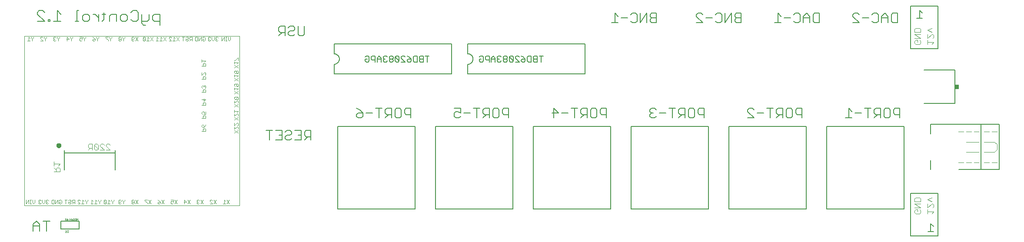
<source format=gbo>
G75*
%MOIN*%
%OFA0B0*%
%FSLAX24Y24*%
%IPPOS*%
%LPD*%
%AMOC8*
5,1,8,0,0,1.08239X$1,22.5*
%
%ADD10C,0.0040*%
%ADD11C,0.0070*%
%ADD12C,0.0060*%
%ADD13C,0.0160*%
%ADD14C,0.0050*%
%ADD15C,0.0080*%
%ADD16C,0.0030*%
%ADD17C,0.0010*%
%ADD18R,0.0300X0.0340*%
D10*
X005450Y005279D02*
X005910Y005279D01*
X005910Y005509D01*
X005834Y005586D01*
X005680Y005586D01*
X005603Y005509D01*
X005603Y005279D01*
X005603Y005433D02*
X005450Y005586D01*
X005450Y005740D02*
X005450Y006047D01*
X005450Y005893D02*
X005910Y005893D01*
X005757Y005740D01*
X008063Y006950D02*
X008217Y007103D01*
X008140Y007103D02*
X008370Y007103D01*
X008370Y006950D02*
X008370Y007410D01*
X008140Y007410D01*
X008063Y007334D01*
X008063Y007180D01*
X008140Y007103D01*
X008524Y007027D02*
X008601Y006950D01*
X008754Y006950D01*
X008831Y007027D01*
X008524Y007334D01*
X008524Y007027D01*
X008524Y007334D02*
X008601Y007410D01*
X008754Y007410D01*
X008831Y007334D01*
X008831Y007027D01*
X008984Y006950D02*
X009291Y006950D01*
X008984Y007257D01*
X008984Y007334D01*
X009061Y007410D01*
X009214Y007410D01*
X009291Y007334D01*
X009445Y007334D02*
X009521Y007410D01*
X009675Y007410D01*
X009752Y007334D01*
X009445Y007334D02*
X009445Y007257D01*
X009752Y006950D01*
X009445Y006950D01*
X071450Y003220D02*
X071450Y002990D01*
X071910Y002990D01*
X071910Y003220D01*
X071834Y003297D01*
X071527Y003297D01*
X071450Y003220D01*
X072450Y003143D02*
X072757Y003297D01*
X072757Y002990D02*
X072450Y003143D01*
X072450Y002836D02*
X072450Y002529D01*
X072757Y002836D01*
X072834Y002836D01*
X072910Y002759D01*
X072910Y002606D01*
X072834Y002529D01*
X072450Y002376D02*
X072450Y002069D01*
X072450Y002222D02*
X072910Y002222D01*
X072757Y002069D01*
X071910Y002146D02*
X071910Y002299D01*
X071834Y002376D01*
X071680Y002376D02*
X071680Y002222D01*
X071680Y002376D02*
X071527Y002376D01*
X071450Y002299D01*
X071450Y002146D01*
X071527Y002069D01*
X071834Y002069D01*
X071910Y002146D01*
X071910Y002529D02*
X071450Y002529D01*
X071450Y002836D02*
X071910Y002836D01*
X071910Y002529D02*
X071450Y002836D01*
X074812Y005999D02*
X075206Y005999D01*
X075402Y005999D02*
X075796Y005999D01*
X075993Y005999D02*
X076387Y005999D01*
X076780Y005999D02*
X077174Y005999D01*
X077371Y005999D02*
X077765Y005999D01*
X077568Y006786D02*
X076780Y006786D01*
X076387Y006786D02*
X075402Y006786D01*
X075402Y007574D02*
X076387Y007574D01*
X076780Y007574D02*
X077568Y007574D01*
X077765Y007377D01*
X077765Y006983D01*
X077568Y006786D01*
X077765Y008361D02*
X077371Y008361D01*
X077174Y008361D02*
X076780Y008361D01*
X076387Y008361D02*
X075993Y008361D01*
X075796Y008361D02*
X075402Y008361D01*
X075206Y008361D02*
X074812Y008361D01*
X072757Y015069D02*
X072910Y015222D01*
X072450Y015222D01*
X072450Y015069D02*
X072450Y015376D01*
X072450Y015529D02*
X072757Y015836D01*
X072834Y015836D01*
X072910Y015759D01*
X072910Y015606D01*
X072834Y015529D01*
X072450Y015529D02*
X072450Y015836D01*
X072450Y016143D02*
X072757Y015990D01*
X072757Y016297D02*
X072450Y016143D01*
X071910Y016220D02*
X071910Y015990D01*
X071450Y015990D01*
X071450Y016220D01*
X071527Y016297D01*
X071834Y016297D01*
X071910Y016220D01*
X071910Y015836D02*
X071450Y015836D01*
X071910Y015529D01*
X071450Y015529D01*
X071527Y015376D02*
X071680Y015376D01*
X071680Y015222D01*
X071527Y015069D02*
X071450Y015146D01*
X071450Y015299D01*
X071527Y015376D01*
X071834Y015376D02*
X071910Y015299D01*
X071910Y015146D01*
X071834Y015069D01*
X071527Y015069D01*
D11*
X003826Y001242D02*
X003826Y000715D01*
X003826Y001110D02*
X004353Y001110D01*
X004353Y001242D02*
X004353Y000715D01*
X004881Y000715D02*
X004881Y001506D01*
X004618Y001506D02*
X005145Y001506D01*
X004353Y001242D02*
X004090Y001506D01*
X003826Y001242D01*
X012319Y016538D02*
X012458Y016538D01*
X012319Y016538D02*
X012181Y016677D01*
X012181Y017369D01*
X011906Y017507D02*
X011906Y016953D01*
X011767Y016815D01*
X011490Y016815D01*
X011352Y016953D01*
X011077Y016953D02*
X010939Y016815D01*
X010662Y016815D01*
X010523Y016953D01*
X010523Y017230D01*
X010662Y017369D01*
X010939Y017369D01*
X011077Y017230D01*
X011077Y016953D01*
X010248Y016815D02*
X010248Y017369D01*
X009833Y017369D01*
X009695Y017230D01*
X009695Y016815D01*
X009281Y016953D02*
X009143Y016815D01*
X009281Y016953D02*
X009281Y017507D01*
X009420Y017369D02*
X009143Y017369D01*
X008867Y017369D02*
X008867Y016815D01*
X008867Y017092D02*
X008590Y017369D01*
X008452Y017369D01*
X008177Y017230D02*
X008177Y016953D01*
X008038Y016815D01*
X007761Y016815D01*
X007623Y016953D01*
X007623Y017230D01*
X007761Y017369D01*
X008038Y017369D01*
X008177Y017230D01*
X007348Y016815D02*
X007071Y016815D01*
X007210Y016815D02*
X007210Y017646D01*
X007348Y017646D01*
X005967Y017369D02*
X005690Y017646D01*
X005690Y016815D01*
X005967Y016815D02*
X005413Y016815D01*
X005138Y016815D02*
X005000Y016815D01*
X005000Y016953D01*
X005138Y016953D01*
X005138Y016815D01*
X004724Y016815D02*
X004170Y017369D01*
X004170Y017507D01*
X004308Y017646D01*
X004585Y017646D01*
X004724Y017507D01*
X004724Y016815D02*
X004170Y016815D01*
X011352Y017507D02*
X011490Y017646D01*
X011767Y017646D01*
X011906Y017507D01*
X012735Y017369D02*
X012735Y016953D01*
X012596Y016815D01*
X012181Y016815D01*
X013009Y016953D02*
X013148Y016815D01*
X013563Y016815D01*
X013563Y016538D02*
X013563Y017369D01*
X013148Y017369D01*
X013009Y017230D01*
X013009Y016953D01*
D12*
X022683Y016327D02*
X022683Y016080D01*
X022806Y015957D01*
X023177Y015957D01*
X023420Y015957D02*
X023420Y015833D01*
X023543Y015710D01*
X023790Y015710D01*
X023913Y015833D01*
X024156Y015833D02*
X024156Y016451D01*
X023913Y016327D02*
X023913Y016204D01*
X023790Y016080D01*
X023543Y016080D01*
X023420Y015957D01*
X023177Y015710D02*
X023177Y016451D01*
X022806Y016451D01*
X022683Y016327D01*
X023420Y016327D02*
X023543Y016451D01*
X023790Y016451D01*
X023913Y016327D01*
X024650Y016451D02*
X024650Y015833D01*
X024527Y015710D01*
X024280Y015710D01*
X024156Y015833D01*
X022930Y015957D02*
X022683Y015710D01*
X026930Y015080D02*
X026930Y014330D01*
X026969Y014328D01*
X027008Y014322D01*
X027046Y014313D01*
X027083Y014300D01*
X027119Y014283D01*
X027152Y014263D01*
X027184Y014239D01*
X027213Y014213D01*
X027239Y014184D01*
X027263Y014152D01*
X027283Y014119D01*
X027300Y014083D01*
X027313Y014046D01*
X027322Y014008D01*
X027328Y013969D01*
X027330Y013930D01*
X027328Y013891D01*
X027322Y013852D01*
X027313Y013814D01*
X027300Y013777D01*
X027283Y013741D01*
X027263Y013708D01*
X027239Y013676D01*
X027213Y013647D01*
X027184Y013621D01*
X027152Y013597D01*
X027119Y013577D01*
X027083Y013560D01*
X027046Y013547D01*
X027008Y013538D01*
X026969Y013532D01*
X026930Y013530D01*
X026930Y012780D01*
X035930Y012780D01*
X035930Y015080D01*
X026930Y015080D01*
X037180Y015080D02*
X037180Y014330D01*
X037219Y014328D01*
X037258Y014322D01*
X037296Y014313D01*
X037333Y014300D01*
X037369Y014283D01*
X037402Y014263D01*
X037434Y014239D01*
X037463Y014213D01*
X037489Y014184D01*
X037513Y014152D01*
X037533Y014119D01*
X037550Y014083D01*
X037563Y014046D01*
X037572Y014008D01*
X037578Y013969D01*
X037580Y013930D01*
X037578Y013891D01*
X037572Y013852D01*
X037563Y013814D01*
X037550Y013777D01*
X037533Y013741D01*
X037513Y013708D01*
X037489Y013676D01*
X037463Y013647D01*
X037434Y013621D01*
X037402Y013597D01*
X037369Y013577D01*
X037333Y013560D01*
X037296Y013547D01*
X037258Y013538D01*
X037219Y013532D01*
X037180Y013530D01*
X037180Y012780D01*
X046180Y012780D01*
X046180Y015080D01*
X037180Y015080D01*
X048210Y016710D02*
X048703Y016710D01*
X048457Y016710D02*
X048457Y017451D01*
X048703Y017204D01*
X048946Y017080D02*
X049440Y017080D01*
X049683Y016833D02*
X049806Y016710D01*
X050053Y016710D01*
X050177Y016833D01*
X050177Y017327D01*
X050053Y017451D01*
X049806Y017451D01*
X049683Y017327D01*
X050420Y017451D02*
X050420Y016710D01*
X050913Y017451D01*
X050913Y016710D01*
X051156Y016833D02*
X051280Y016710D01*
X051650Y016710D01*
X051650Y017451D01*
X051280Y017451D01*
X051156Y017327D01*
X051156Y017204D01*
X051280Y017080D01*
X051650Y017080D01*
X051280Y017080D02*
X051156Y016957D01*
X051156Y016833D01*
X054710Y016710D02*
X055203Y016710D01*
X054710Y017204D01*
X054710Y017327D01*
X054833Y017451D01*
X055080Y017451D01*
X055203Y017327D01*
X055446Y017080D02*
X055940Y017080D01*
X056183Y016833D02*
X056306Y016710D01*
X056553Y016710D01*
X056677Y016833D01*
X056677Y017327D01*
X056553Y017451D01*
X056306Y017451D01*
X056183Y017327D01*
X056920Y017451D02*
X056920Y016710D01*
X057413Y017451D01*
X057413Y016710D01*
X057656Y016833D02*
X057780Y016710D01*
X058150Y016710D01*
X058150Y017451D01*
X057780Y017451D01*
X057656Y017327D01*
X057656Y017204D01*
X057780Y017080D01*
X058150Y017080D01*
X057780Y017080D02*
X057656Y016957D01*
X057656Y016833D01*
X060710Y016710D02*
X061203Y016710D01*
X060957Y016710D02*
X060957Y017451D01*
X061203Y017204D01*
X061446Y017080D02*
X061940Y017080D01*
X062183Y016833D02*
X062306Y016710D01*
X062553Y016710D01*
X062677Y016833D01*
X062677Y017327D01*
X062553Y017451D01*
X062306Y017451D01*
X062183Y017327D01*
X062920Y017204D02*
X063166Y017451D01*
X063413Y017204D01*
X063413Y016710D01*
X063656Y016833D02*
X063780Y016710D01*
X064150Y016710D01*
X064150Y017451D01*
X063780Y017451D01*
X063656Y017327D01*
X063656Y016833D01*
X063413Y017080D02*
X062920Y017080D01*
X062920Y017204D02*
X062920Y016710D01*
X066710Y016710D02*
X067203Y016710D01*
X066710Y017204D01*
X066710Y017327D01*
X066833Y017451D01*
X067080Y017451D01*
X067203Y017327D01*
X067446Y017080D02*
X067940Y017080D01*
X068183Y016833D02*
X068306Y016710D01*
X068553Y016710D01*
X068677Y016833D01*
X068677Y017327D01*
X068553Y017451D01*
X068306Y017451D01*
X068183Y017327D01*
X068920Y017204D02*
X069166Y017451D01*
X069413Y017204D01*
X069413Y016710D01*
X069656Y016833D02*
X069656Y017327D01*
X069780Y017451D01*
X070150Y017451D01*
X070150Y016710D01*
X069780Y016710D01*
X069656Y016833D01*
X069413Y017080D02*
X068920Y017080D01*
X068920Y017204D02*
X068920Y016710D01*
X068847Y010151D02*
X068476Y010151D01*
X068353Y010027D01*
X068353Y009780D01*
X068476Y009657D01*
X068847Y009657D01*
X068847Y009410D02*
X068847Y010151D01*
X069089Y010027D02*
X069213Y010151D01*
X069460Y010151D01*
X069583Y010027D01*
X069583Y009533D01*
X069460Y009410D01*
X069213Y009410D01*
X069089Y009533D01*
X069089Y010027D01*
X068600Y009657D02*
X068353Y009410D01*
X067863Y009410D02*
X067863Y010151D01*
X068110Y010151D02*
X067616Y010151D01*
X066637Y009904D02*
X066390Y010151D01*
X066390Y009410D01*
X066637Y009410D02*
X066143Y009410D01*
X066880Y009780D02*
X067373Y009780D01*
X069826Y009780D02*
X069949Y009657D01*
X070320Y009657D01*
X070320Y009410D02*
X070320Y010151D01*
X069949Y010151D01*
X069826Y010027D01*
X069826Y009780D01*
X062820Y009657D02*
X062449Y009657D01*
X062326Y009780D01*
X062326Y010027D01*
X062449Y010151D01*
X062820Y010151D01*
X062820Y009410D01*
X062083Y009533D02*
X061960Y009410D01*
X061713Y009410D01*
X061589Y009533D01*
X061589Y010027D01*
X061713Y010151D01*
X061960Y010151D01*
X062083Y010027D01*
X062083Y009533D01*
X061347Y009410D02*
X061347Y010151D01*
X060976Y010151D01*
X060853Y010027D01*
X060853Y009780D01*
X060976Y009657D01*
X061347Y009657D01*
X061100Y009657D02*
X060853Y009410D01*
X060363Y009410D02*
X060363Y010151D01*
X060610Y010151D02*
X060116Y010151D01*
X059873Y009780D02*
X059380Y009780D01*
X059137Y010027D02*
X059013Y010151D01*
X058766Y010151D01*
X058643Y010027D01*
X058643Y009904D01*
X059137Y009410D01*
X058643Y009410D01*
X055320Y009410D02*
X055320Y010151D01*
X054949Y010151D01*
X054826Y010027D01*
X054826Y009780D01*
X054949Y009657D01*
X055320Y009657D01*
X054583Y009533D02*
X054460Y009410D01*
X054213Y009410D01*
X054089Y009533D01*
X054089Y010027D01*
X054213Y010151D01*
X054460Y010151D01*
X054583Y010027D01*
X054583Y009533D01*
X053847Y009410D02*
X053847Y010151D01*
X053476Y010151D01*
X053353Y010027D01*
X053353Y009780D01*
X053476Y009657D01*
X053847Y009657D01*
X053600Y009657D02*
X053353Y009410D01*
X052863Y009410D02*
X052863Y010151D01*
X053110Y010151D02*
X052616Y010151D01*
X051637Y010027D02*
X051513Y010151D01*
X051266Y010151D01*
X051143Y010027D01*
X051143Y009904D01*
X051266Y009780D01*
X051143Y009657D01*
X051143Y009533D01*
X051266Y009410D01*
X051513Y009410D01*
X051637Y009533D01*
X051880Y009780D02*
X052373Y009780D01*
X051390Y009780D02*
X051266Y009780D01*
X047820Y009657D02*
X047449Y009657D01*
X047326Y009780D01*
X047326Y010027D01*
X047449Y010151D01*
X047820Y010151D01*
X047820Y009410D01*
X047083Y009533D02*
X046960Y009410D01*
X046713Y009410D01*
X046589Y009533D01*
X046589Y010027D01*
X046713Y010151D01*
X046960Y010151D01*
X047083Y010027D01*
X047083Y009533D01*
X046347Y009410D02*
X046347Y010151D01*
X045976Y010151D01*
X045853Y010027D01*
X045853Y009780D01*
X045976Y009657D01*
X046347Y009657D01*
X046100Y009657D02*
X045853Y009410D01*
X045363Y009410D02*
X045363Y010151D01*
X045610Y010151D02*
X045116Y010151D01*
X044137Y009780D02*
X043766Y010151D01*
X043766Y009410D01*
X043643Y009780D02*
X044137Y009780D01*
X044380Y009780D02*
X044873Y009780D01*
X040320Y009657D02*
X039949Y009657D01*
X039826Y009780D01*
X039826Y010027D01*
X039949Y010151D01*
X040320Y010151D01*
X040320Y009410D01*
X039583Y009533D02*
X039460Y009410D01*
X039213Y009410D01*
X039089Y009533D01*
X039089Y010027D01*
X039213Y010151D01*
X039460Y010151D01*
X039583Y010027D01*
X039583Y009533D01*
X038847Y009410D02*
X038847Y010151D01*
X038476Y010151D01*
X038353Y010027D01*
X038353Y009780D01*
X038476Y009657D01*
X038847Y009657D01*
X038600Y009657D02*
X038353Y009410D01*
X037863Y009410D02*
X037863Y010151D01*
X038110Y010151D02*
X037616Y010151D01*
X037373Y009780D02*
X036880Y009780D01*
X036637Y009780D02*
X036390Y009904D01*
X036266Y009904D01*
X036143Y009780D01*
X036143Y009533D01*
X036266Y009410D01*
X036513Y009410D01*
X036637Y009533D01*
X036637Y009780D02*
X036637Y010151D01*
X036143Y010151D01*
X032820Y010151D02*
X032820Y009410D01*
X032820Y009657D02*
X032449Y009657D01*
X032326Y009780D01*
X032326Y010027D01*
X032449Y010151D01*
X032820Y010151D01*
X032083Y010027D02*
X032083Y009533D01*
X031960Y009410D01*
X031713Y009410D01*
X031589Y009533D01*
X031589Y010027D01*
X031713Y010151D01*
X031960Y010151D01*
X032083Y010027D01*
X031347Y010151D02*
X030976Y010151D01*
X030853Y010027D01*
X030853Y009780D01*
X030976Y009657D01*
X031347Y009657D01*
X031347Y009410D02*
X031347Y010151D01*
X030610Y010151D02*
X030116Y010151D01*
X030363Y010151D02*
X030363Y009410D01*
X030853Y009410D02*
X031100Y009657D01*
X029873Y009780D02*
X029380Y009780D01*
X029137Y009780D02*
X028766Y009780D01*
X028643Y009657D01*
X028643Y009533D01*
X028766Y009410D01*
X029013Y009410D01*
X029137Y009533D01*
X029137Y009780D01*
X028890Y010027D01*
X028643Y010151D01*
X025150Y008451D02*
X024780Y008451D01*
X024656Y008327D01*
X024656Y008080D01*
X024780Y007957D01*
X025150Y007957D01*
X024903Y007957D02*
X024656Y007710D01*
X024413Y007710D02*
X023920Y007710D01*
X023677Y007833D02*
X023553Y007710D01*
X023306Y007710D01*
X023183Y007833D01*
X023183Y007957D01*
X023306Y008080D01*
X023553Y008080D01*
X023677Y008204D01*
X023677Y008327D01*
X023553Y008451D01*
X023306Y008451D01*
X023183Y008327D01*
X022940Y008451D02*
X022940Y007710D01*
X022446Y007710D01*
X021957Y007710D02*
X021957Y008451D01*
X022203Y008451D02*
X021710Y008451D01*
X022446Y008451D02*
X022940Y008451D01*
X022940Y008080D02*
X022693Y008080D01*
X023920Y008451D02*
X024413Y008451D01*
X024413Y007710D01*
X025150Y007710D02*
X025150Y008451D01*
X024413Y008080D02*
X024166Y008080D01*
D13*
X005705Y007305D02*
X005707Y007325D01*
X005713Y007343D01*
X005722Y007361D01*
X005734Y007376D01*
X005749Y007388D01*
X005767Y007397D01*
X005785Y007403D01*
X005805Y007405D01*
X005825Y007403D01*
X005843Y007397D01*
X005861Y007388D01*
X005876Y007376D01*
X005888Y007361D01*
X005897Y007343D01*
X005903Y007325D01*
X005905Y007305D01*
X005903Y007285D01*
X005897Y007267D01*
X005888Y007249D01*
X005876Y007234D01*
X005861Y007222D01*
X005843Y007213D01*
X005825Y007207D01*
X005805Y007205D01*
X005785Y007207D01*
X005767Y007213D01*
X005749Y007222D01*
X005734Y007234D01*
X005722Y007249D01*
X005713Y007267D01*
X005707Y007285D01*
X005705Y007305D01*
D14*
X005980Y001480D02*
X005980Y000880D01*
X007380Y000880D01*
X007380Y001480D01*
X005980Y001480D01*
X029315Y013780D02*
X029315Y013930D01*
X029465Y013930D01*
X029315Y013780D02*
X029390Y013705D01*
X029540Y013705D01*
X029615Y013780D01*
X029615Y014080D01*
X029540Y014155D01*
X029390Y014155D01*
X029315Y014080D01*
X029776Y014080D02*
X029776Y013930D01*
X029851Y013855D01*
X030076Y013855D01*
X030076Y013705D02*
X030076Y014155D01*
X029851Y014155D01*
X029776Y014080D01*
X030236Y014005D02*
X030386Y014155D01*
X030536Y014005D01*
X030536Y013705D01*
X030696Y013780D02*
X030771Y013705D01*
X030922Y013705D01*
X030997Y013780D01*
X031157Y013780D02*
X031232Y013705D01*
X031382Y013705D01*
X031457Y013780D01*
X031457Y013855D01*
X031382Y013930D01*
X031232Y013930D01*
X031157Y013855D01*
X031157Y013780D01*
X031232Y013930D02*
X031157Y014005D01*
X031157Y014080D01*
X031232Y014155D01*
X031382Y014155D01*
X031457Y014080D01*
X031457Y014005D01*
X031382Y013930D01*
X031617Y013780D02*
X031692Y013705D01*
X031842Y013705D01*
X031917Y013780D01*
X031617Y014080D01*
X031617Y013780D01*
X031917Y013780D02*
X031917Y014080D01*
X031842Y014155D01*
X031692Y014155D01*
X031617Y014080D01*
X032078Y014080D02*
X032078Y014005D01*
X032378Y013705D01*
X032078Y013705D01*
X032538Y013780D02*
X032538Y013855D01*
X032613Y013930D01*
X032838Y013930D01*
X032838Y013780D01*
X032763Y013705D01*
X032613Y013705D01*
X032538Y013780D01*
X032688Y014080D02*
X032838Y013930D01*
X032688Y014080D02*
X032538Y014155D01*
X032378Y014080D02*
X032303Y014155D01*
X032153Y014155D01*
X032078Y014080D01*
X032998Y014080D02*
X033073Y014155D01*
X033299Y014155D01*
X033299Y013705D01*
X033073Y013705D01*
X032998Y013780D01*
X032998Y014080D01*
X033459Y014080D02*
X033459Y014005D01*
X033534Y013930D01*
X033759Y013930D01*
X033759Y013705D02*
X033534Y013705D01*
X033459Y013780D01*
X033459Y013855D01*
X033534Y013930D01*
X033459Y014080D02*
X033534Y014155D01*
X033759Y014155D01*
X033759Y013705D01*
X034069Y013705D02*
X034069Y014155D01*
X034219Y014155D02*
X033919Y014155D01*
X030997Y014080D02*
X030922Y014155D01*
X030771Y014155D01*
X030696Y014080D01*
X030696Y014005D01*
X030771Y013930D01*
X030696Y013855D01*
X030696Y013780D01*
X030771Y013930D02*
X030846Y013930D01*
X030536Y013930D02*
X030236Y013930D01*
X030236Y014005D02*
X030236Y013705D01*
X038065Y013780D02*
X038065Y013930D01*
X038215Y013930D01*
X038065Y013780D02*
X038140Y013705D01*
X038290Y013705D01*
X038365Y013780D01*
X038365Y014080D01*
X038290Y014155D01*
X038140Y014155D01*
X038065Y014080D01*
X038526Y014080D02*
X038526Y013930D01*
X038601Y013855D01*
X038826Y013855D01*
X038826Y013705D02*
X038826Y014155D01*
X038601Y014155D01*
X038526Y014080D01*
X038986Y014005D02*
X038986Y013705D01*
X038986Y013930D02*
X039286Y013930D01*
X039286Y014005D02*
X039136Y014155D01*
X038986Y014005D01*
X039286Y014005D02*
X039286Y013705D01*
X039446Y013780D02*
X039521Y013705D01*
X039672Y013705D01*
X039747Y013780D01*
X039907Y013780D02*
X039907Y013855D01*
X039982Y013930D01*
X040132Y013930D01*
X040207Y014005D01*
X040207Y014080D01*
X040132Y014155D01*
X039982Y014155D01*
X039907Y014080D01*
X039907Y014005D01*
X039982Y013930D01*
X040132Y013930D02*
X040207Y013855D01*
X040207Y013780D01*
X040132Y013705D01*
X039982Y013705D01*
X039907Y013780D01*
X039596Y013930D02*
X039521Y013930D01*
X039446Y013855D01*
X039446Y013780D01*
X039521Y013930D02*
X039446Y014005D01*
X039446Y014080D01*
X039521Y014155D01*
X039672Y014155D01*
X039747Y014080D01*
X040367Y014080D02*
X040667Y013780D01*
X040592Y013705D01*
X040442Y013705D01*
X040367Y013780D01*
X040367Y014080D01*
X040442Y014155D01*
X040592Y014155D01*
X040667Y014080D01*
X040667Y013780D01*
X040828Y013705D02*
X041128Y013705D01*
X040828Y014005D01*
X040828Y014080D01*
X040903Y014155D01*
X041053Y014155D01*
X041128Y014080D01*
X041288Y014155D02*
X041438Y014080D01*
X041588Y013930D01*
X041363Y013930D01*
X041288Y013855D01*
X041288Y013780D01*
X041363Y013705D01*
X041513Y013705D01*
X041588Y013780D01*
X041588Y013930D01*
X041748Y013780D02*
X041748Y014080D01*
X041823Y014155D01*
X042049Y014155D01*
X042049Y013705D01*
X041823Y013705D01*
X041748Y013780D01*
X042209Y013780D02*
X042209Y013855D01*
X042284Y013930D01*
X042509Y013930D01*
X042509Y013705D02*
X042284Y013705D01*
X042209Y013780D01*
X042284Y013930D02*
X042209Y014005D01*
X042209Y014080D01*
X042284Y014155D01*
X042509Y014155D01*
X042509Y013705D01*
X042819Y013705D02*
X042819Y014155D01*
X042969Y014155D02*
X042669Y014155D01*
X071621Y017057D02*
X072028Y017057D01*
X071825Y017057D02*
X071825Y017667D01*
X072028Y017464D01*
X072686Y001304D02*
X072686Y000693D01*
X072889Y000693D02*
X072482Y000693D01*
X072889Y001100D02*
X072686Y001304D01*
D15*
X073231Y000374D02*
X071129Y000374D01*
X071129Y003638D01*
X073231Y003638D01*
X073231Y000374D01*
X070643Y002421D02*
X070643Y008744D01*
X064717Y008744D01*
X064717Y002421D01*
X070643Y002421D01*
X063143Y002421D02*
X063143Y008744D01*
X057217Y008744D01*
X057217Y002421D01*
X063143Y002421D01*
X055643Y002421D02*
X055643Y008744D01*
X049717Y008744D01*
X049717Y002421D01*
X055643Y002421D01*
X048143Y002421D02*
X048143Y008744D01*
X042217Y008744D01*
X042217Y002421D01*
X048143Y002421D01*
X040643Y002421D02*
X040643Y008744D01*
X034717Y008744D01*
X034717Y002421D01*
X040643Y002421D01*
X033143Y002421D02*
X033143Y008744D01*
X027217Y008744D01*
X027217Y002421D01*
X033143Y002421D01*
X010125Y005432D02*
X010125Y006731D01*
X010125Y006928D01*
X010125Y006731D02*
X006235Y006731D01*
X006235Y005432D01*
X006235Y006731D02*
X006235Y006928D01*
X071129Y014722D02*
X071129Y017986D01*
X073231Y017986D01*
X073231Y014722D01*
X071129Y014722D01*
X072170Y013095D02*
X074530Y013095D01*
X074530Y010515D01*
X072170Y010515D01*
X072686Y008912D02*
X072686Y008204D01*
X072686Y008912D02*
X076544Y008912D01*
X076544Y005448D01*
X077922Y005448D02*
X074851Y005448D01*
X072686Y005448D02*
X072686Y006156D01*
X077922Y005448D02*
X077922Y008912D01*
X076544Y008912D01*
D16*
X019573Y008888D02*
X019525Y008840D01*
X019573Y008888D02*
X019573Y008983D01*
X019525Y009030D01*
X019478Y009030D01*
X019288Y008840D01*
X019288Y009030D01*
X019288Y009260D02*
X019573Y009450D01*
X019525Y009550D02*
X019573Y009598D01*
X019573Y009693D01*
X019525Y009740D01*
X019478Y009740D01*
X019288Y009550D01*
X019288Y009740D01*
X019288Y009840D02*
X019288Y010030D01*
X019288Y009935D02*
X019573Y009935D01*
X019478Y009840D01*
X019573Y010260D02*
X019288Y010450D01*
X019288Y010550D02*
X019478Y010740D01*
X019525Y010740D01*
X019573Y010693D01*
X019573Y010598D01*
X019525Y010550D01*
X019573Y010450D02*
X019288Y010260D01*
X019288Y010550D02*
X019288Y010740D01*
X019335Y010840D02*
X019525Y011030D01*
X019335Y011030D01*
X019288Y010983D01*
X019288Y010888D01*
X019335Y010840D01*
X019525Y010840D01*
X019573Y010888D01*
X019573Y010983D01*
X019525Y011030D01*
X019573Y011260D02*
X019288Y011450D01*
X019288Y011550D02*
X019288Y011740D01*
X019288Y011645D02*
X019573Y011645D01*
X019478Y011550D01*
X019573Y011450D02*
X019288Y011260D01*
X019335Y011840D02*
X019288Y011888D01*
X019288Y011983D01*
X019335Y012030D01*
X019525Y012030D01*
X019573Y011983D01*
X019573Y011888D01*
X019525Y011840D01*
X019478Y011840D01*
X019430Y011888D01*
X019430Y012030D01*
X019288Y012260D02*
X019573Y012450D01*
X019478Y012550D02*
X019573Y012645D01*
X019288Y012645D01*
X019288Y012550D02*
X019288Y012740D01*
X019335Y012840D02*
X019383Y012840D01*
X019430Y012888D01*
X019430Y012983D01*
X019383Y013030D01*
X019335Y013030D01*
X019288Y012983D01*
X019288Y012888D01*
X019335Y012840D01*
X019430Y012888D02*
X019478Y012840D01*
X019525Y012840D01*
X019573Y012888D01*
X019573Y012983D01*
X019525Y013030D01*
X019478Y013030D01*
X019430Y012983D01*
X019288Y013260D02*
X019573Y013450D01*
X019478Y013550D02*
X019573Y013645D01*
X019288Y013645D01*
X019288Y013550D02*
X019288Y013740D01*
X019288Y013840D02*
X019335Y013840D01*
X019525Y014030D01*
X019573Y014030D01*
X019573Y013840D01*
X019288Y013450D02*
X019573Y013260D01*
X019288Y012450D02*
X019573Y012260D01*
X017073Y012405D02*
X017073Y012548D01*
X017025Y012595D01*
X016930Y012595D01*
X016883Y012548D01*
X016883Y012405D01*
X016788Y012405D02*
X017073Y012405D01*
X017025Y012695D02*
X017073Y012743D01*
X017073Y012838D01*
X017025Y012885D01*
X016978Y012885D01*
X016788Y012695D01*
X016788Y012885D01*
X016788Y013405D02*
X017073Y013405D01*
X017073Y013548D01*
X017025Y013595D01*
X016930Y013595D01*
X016883Y013548D01*
X016883Y013405D01*
X016978Y013695D02*
X017073Y013790D01*
X016788Y013790D01*
X016788Y013695D02*
X016788Y013885D01*
X016737Y015330D02*
X016737Y015616D01*
X016547Y015330D01*
X016547Y015616D01*
X016447Y015616D02*
X016305Y015616D01*
X016257Y015568D01*
X016257Y015378D01*
X016305Y015330D01*
X016447Y015330D01*
X016447Y015616D01*
X016837Y015568D02*
X016885Y015616D01*
X016980Y015616D01*
X017027Y015568D01*
X017027Y015378D01*
X016980Y015330D01*
X016885Y015330D01*
X016837Y015378D01*
X016837Y015473D01*
X016932Y015473D01*
X017257Y015426D02*
X017257Y015378D01*
X017305Y015330D01*
X017400Y015330D01*
X017447Y015378D01*
X017547Y015426D02*
X017642Y015330D01*
X017737Y015426D01*
X017737Y015616D01*
X017837Y015568D02*
X017837Y015521D01*
X017885Y015473D01*
X017837Y015426D01*
X017837Y015378D01*
X017885Y015330D01*
X017980Y015330D01*
X018027Y015378D01*
X017932Y015473D02*
X017885Y015473D01*
X017837Y015568D02*
X017885Y015616D01*
X017980Y015616D01*
X018027Y015568D01*
X018305Y015616D02*
X018305Y015330D01*
X018495Y015616D01*
X018495Y015330D01*
X018594Y015330D02*
X018689Y015330D01*
X018641Y015330D02*
X018641Y015616D01*
X018594Y015616D02*
X018689Y015616D01*
X018789Y015616D02*
X018789Y015426D01*
X018884Y015330D01*
X018979Y015426D01*
X018979Y015616D01*
X017547Y015616D02*
X017547Y015426D01*
X017447Y015568D02*
X017400Y015616D01*
X017305Y015616D01*
X017257Y015568D01*
X017257Y015521D01*
X017305Y015473D01*
X017257Y015426D01*
X017305Y015473D02*
X017352Y015473D01*
X016027Y015426D02*
X015885Y015426D01*
X015837Y015473D01*
X015837Y015568D01*
X015885Y015616D01*
X016027Y015616D01*
X016027Y015330D01*
X015932Y015426D02*
X015837Y015330D01*
X015737Y015378D02*
X015690Y015330D01*
X015595Y015330D01*
X015547Y015378D01*
X015547Y015426D01*
X015595Y015473D01*
X015690Y015473D01*
X015737Y015521D01*
X015737Y015568D01*
X015690Y015616D01*
X015595Y015616D01*
X015547Y015568D01*
X015447Y015616D02*
X015257Y015616D01*
X015352Y015616D02*
X015352Y015330D01*
X015027Y015330D02*
X014837Y015616D01*
X014737Y015521D02*
X014642Y015616D01*
X014642Y015330D01*
X014737Y015330D02*
X014547Y015330D01*
X014447Y015330D02*
X014257Y015521D01*
X014257Y015568D01*
X014305Y015616D01*
X014400Y015616D01*
X014447Y015568D01*
X014447Y015330D02*
X014257Y015330D01*
X014027Y015330D02*
X013837Y015616D01*
X013737Y015521D02*
X013642Y015616D01*
X013642Y015330D01*
X013737Y015330D02*
X013547Y015330D01*
X013447Y015330D02*
X013257Y015330D01*
X013352Y015330D02*
X013352Y015616D01*
X013447Y015521D01*
X013027Y015616D02*
X012837Y015330D01*
X012737Y015330D02*
X012547Y015330D01*
X012642Y015330D02*
X012642Y015616D01*
X012737Y015521D01*
X012837Y015616D02*
X013027Y015330D01*
X012447Y015378D02*
X012257Y015568D01*
X012257Y015378D01*
X012305Y015330D01*
X012400Y015330D01*
X012447Y015378D01*
X012447Y015568D01*
X012400Y015616D01*
X012305Y015616D01*
X012257Y015568D01*
X011882Y015616D02*
X011692Y015330D01*
X011592Y015378D02*
X011545Y015330D01*
X011450Y015330D01*
X011402Y015378D01*
X011402Y015568D01*
X011450Y015616D01*
X011545Y015616D01*
X011592Y015568D01*
X011592Y015521D01*
X011545Y015473D01*
X011402Y015473D01*
X011692Y015616D02*
X011882Y015330D01*
X010882Y015568D02*
X010787Y015473D01*
X010787Y015330D01*
X010787Y015473D02*
X010692Y015568D01*
X010692Y015616D01*
X010592Y015568D02*
X010592Y015521D01*
X010545Y015473D01*
X010450Y015473D01*
X010402Y015426D01*
X010402Y015378D01*
X010450Y015330D01*
X010545Y015330D01*
X010592Y015378D01*
X010592Y015426D01*
X010545Y015473D01*
X010450Y015473D02*
X010402Y015521D01*
X010402Y015568D01*
X010450Y015616D01*
X010545Y015616D01*
X010592Y015568D01*
X010882Y015568D02*
X010882Y015616D01*
X009882Y015616D02*
X009882Y015568D01*
X009787Y015473D01*
X009787Y015330D01*
X009787Y015473D02*
X009692Y015568D01*
X009692Y015616D01*
X009592Y015616D02*
X009402Y015616D01*
X009402Y015568D01*
X009592Y015378D01*
X009592Y015330D01*
X008882Y015568D02*
X008787Y015473D01*
X008787Y015330D01*
X008787Y015473D02*
X008692Y015568D01*
X008692Y015616D01*
X008592Y015473D02*
X008450Y015473D01*
X008402Y015426D01*
X008402Y015378D01*
X008450Y015330D01*
X008545Y015330D01*
X008592Y015378D01*
X008592Y015473D01*
X008497Y015568D01*
X008402Y015616D01*
X008882Y015616D02*
X008882Y015568D01*
X007882Y015568D02*
X007787Y015473D01*
X007787Y015330D01*
X007787Y015473D02*
X007692Y015568D01*
X007692Y015616D01*
X007592Y015616D02*
X007592Y015473D01*
X007497Y015521D01*
X007450Y015521D01*
X007402Y015473D01*
X007402Y015378D01*
X007450Y015330D01*
X007545Y015330D01*
X007592Y015378D01*
X007592Y015616D02*
X007402Y015616D01*
X007882Y015616D02*
X007882Y015568D01*
X006882Y015568D02*
X006787Y015473D01*
X006787Y015330D01*
X006787Y015473D02*
X006692Y015568D01*
X006692Y015616D01*
X006592Y015473D02*
X006402Y015473D01*
X006450Y015330D02*
X006450Y015616D01*
X006592Y015473D01*
X006882Y015568D02*
X006882Y015616D01*
X005882Y015616D02*
X005882Y015568D01*
X005787Y015473D01*
X005787Y015330D01*
X005787Y015473D02*
X005692Y015568D01*
X005692Y015616D01*
X005592Y015568D02*
X005545Y015616D01*
X005450Y015616D01*
X005402Y015568D01*
X005402Y015521D01*
X005450Y015473D01*
X005402Y015426D01*
X005402Y015378D01*
X005450Y015330D01*
X005545Y015330D01*
X005592Y015378D01*
X005497Y015473D02*
X005450Y015473D01*
X004882Y015568D02*
X004787Y015473D01*
X004787Y015330D01*
X004787Y015473D02*
X004692Y015568D01*
X004692Y015616D01*
X004592Y015568D02*
X004545Y015616D01*
X004450Y015616D01*
X004402Y015568D01*
X004402Y015521D01*
X004592Y015330D01*
X004402Y015330D01*
X004882Y015568D02*
X004882Y015616D01*
X003882Y015616D02*
X003882Y015568D01*
X003787Y015473D01*
X003787Y015330D01*
X003787Y015473D02*
X003692Y015568D01*
X003692Y015616D01*
X003592Y015521D02*
X003497Y015616D01*
X003497Y015330D01*
X003592Y015330D02*
X003402Y015330D01*
X013837Y015330D02*
X014027Y015616D01*
X014837Y015330D02*
X015027Y015616D01*
X016835Y011885D02*
X016788Y011838D01*
X016788Y011743D01*
X016835Y011695D01*
X016930Y011790D02*
X016930Y011838D01*
X016883Y011885D01*
X016835Y011885D01*
X016930Y011838D02*
X016978Y011885D01*
X017025Y011885D01*
X017073Y011838D01*
X017073Y011743D01*
X017025Y011695D01*
X017025Y011595D02*
X016930Y011595D01*
X016883Y011548D01*
X016883Y011405D01*
X016788Y011405D02*
X017073Y011405D01*
X017073Y011548D01*
X017025Y011595D01*
X016930Y010885D02*
X016930Y010695D01*
X017073Y010838D01*
X016788Y010838D01*
X016930Y010595D02*
X016883Y010548D01*
X016883Y010405D01*
X016788Y010405D02*
X017073Y010405D01*
X017073Y010548D01*
X017025Y010595D01*
X016930Y010595D01*
X016930Y009885D02*
X016835Y009885D01*
X016788Y009838D01*
X016788Y009743D01*
X016835Y009695D01*
X016930Y009695D02*
X016978Y009790D01*
X016978Y009838D01*
X016930Y009885D01*
X017073Y009885D02*
X017073Y009695D01*
X016930Y009695D01*
X016930Y009595D02*
X016883Y009548D01*
X016883Y009405D01*
X016788Y009405D02*
X017073Y009405D01*
X017073Y009548D01*
X017025Y009595D01*
X016930Y009595D01*
X019288Y009450D02*
X019573Y009260D01*
X019525Y008740D02*
X019478Y008740D01*
X019288Y008550D01*
X019288Y008740D01*
X019525Y008740D02*
X019573Y008693D01*
X019573Y008598D01*
X019525Y008550D01*
X019573Y008450D02*
X019288Y008260D01*
X019288Y008450D02*
X019573Y008260D01*
X017073Y008405D02*
X017073Y008548D01*
X017025Y008595D01*
X016930Y008595D01*
X016883Y008548D01*
X016883Y008405D01*
X016788Y008405D02*
X017073Y008405D01*
X016930Y008695D02*
X016930Y008838D01*
X016883Y008885D01*
X016835Y008885D01*
X016788Y008838D01*
X016788Y008743D01*
X016835Y008695D01*
X016930Y008695D01*
X017025Y008790D01*
X017073Y008885D01*
X016882Y003116D02*
X016692Y002830D01*
X016592Y002878D02*
X016545Y002830D01*
X016450Y002830D01*
X016402Y002878D01*
X016402Y002926D01*
X016450Y002973D01*
X016497Y002973D01*
X016450Y002973D02*
X016402Y003021D01*
X016402Y003068D01*
X016450Y003116D01*
X016545Y003116D01*
X016592Y003068D01*
X016692Y003116D02*
X016882Y002830D01*
X017402Y002830D02*
X017592Y002830D01*
X017402Y003021D01*
X017402Y003068D01*
X017450Y003116D01*
X017545Y003116D01*
X017592Y003068D01*
X017692Y003116D02*
X017882Y002830D01*
X017692Y002830D02*
X017882Y003116D01*
X018402Y002830D02*
X018592Y002830D01*
X018497Y002830D02*
X018497Y003116D01*
X018592Y003021D01*
X018692Y003116D02*
X018882Y002830D01*
X018692Y002830D02*
X018882Y003116D01*
X015882Y003116D02*
X015692Y002830D01*
X015592Y002973D02*
X015402Y002973D01*
X015450Y002830D02*
X015450Y003116D01*
X015592Y002973D01*
X015692Y003116D02*
X015882Y002830D01*
X014882Y002830D02*
X014692Y003116D01*
X014592Y003116D02*
X014592Y002973D01*
X014497Y003021D01*
X014450Y003021D01*
X014402Y002973D01*
X014402Y002878D01*
X014450Y002830D01*
X014545Y002830D01*
X014592Y002878D01*
X014692Y002830D02*
X014882Y003116D01*
X014592Y003116D02*
X014402Y003116D01*
X013882Y003116D02*
X013692Y002830D01*
X013592Y002878D02*
X013545Y002830D01*
X013450Y002830D01*
X013402Y002878D01*
X013402Y002926D01*
X013450Y002973D01*
X013592Y002973D01*
X013592Y002878D01*
X013592Y002973D02*
X013497Y003068D01*
X013402Y003116D01*
X013692Y003116D02*
X013882Y002830D01*
X012882Y002830D02*
X012692Y003116D01*
X012592Y003116D02*
X012402Y003116D01*
X012402Y003068D01*
X012592Y002878D01*
X012592Y002830D01*
X012692Y002830D02*
X012882Y003116D01*
X011882Y003116D02*
X011692Y002830D01*
X011592Y002878D02*
X011592Y002926D01*
X011545Y002973D01*
X011450Y002973D01*
X011402Y002926D01*
X011402Y002878D01*
X011450Y002830D01*
X011545Y002830D01*
X011592Y002878D01*
X011545Y002973D02*
X011592Y003021D01*
X011592Y003068D01*
X011545Y003116D01*
X011450Y003116D01*
X011402Y003068D01*
X011402Y003021D01*
X011450Y002973D01*
X011692Y003116D02*
X011882Y002830D01*
X010882Y003068D02*
X010787Y002973D01*
X010787Y002830D01*
X010787Y002973D02*
X010692Y003068D01*
X010692Y003116D01*
X010592Y003068D02*
X010592Y003021D01*
X010545Y002973D01*
X010402Y002973D01*
X010402Y002878D02*
X010402Y003068D01*
X010450Y003116D01*
X010545Y003116D01*
X010592Y003068D01*
X010592Y002878D02*
X010545Y002830D01*
X010450Y002830D01*
X010402Y002878D01*
X010027Y003068D02*
X009932Y002973D01*
X009932Y002830D01*
X009932Y002973D02*
X009837Y003068D01*
X009837Y003116D01*
X009737Y003021D02*
X009642Y003116D01*
X009642Y002830D01*
X009737Y002830D02*
X009547Y002830D01*
X009447Y002878D02*
X009257Y003068D01*
X009257Y002878D01*
X009305Y002830D01*
X009400Y002830D01*
X009447Y002878D01*
X009447Y003068D01*
X009400Y003116D01*
X009305Y003116D01*
X009257Y003068D01*
X009027Y003068D02*
X008932Y002973D01*
X008932Y002830D01*
X008932Y002973D02*
X008837Y003068D01*
X008837Y003116D01*
X008737Y003021D02*
X008642Y003116D01*
X008642Y002830D01*
X008737Y002830D02*
X008547Y002830D01*
X008447Y002830D02*
X008257Y002830D01*
X008352Y002830D02*
X008352Y003116D01*
X008447Y003021D01*
X008027Y003068D02*
X007932Y002973D01*
X007932Y002830D01*
X007932Y002973D02*
X007837Y003068D01*
X007837Y003116D01*
X007737Y003021D02*
X007642Y003116D01*
X007642Y002830D01*
X007737Y002830D02*
X007547Y002830D01*
X007447Y002830D02*
X007257Y003021D01*
X007257Y003068D01*
X007305Y003116D01*
X007400Y003116D01*
X007447Y003068D01*
X007447Y002830D02*
X007257Y002830D01*
X007027Y002830D02*
X007027Y003116D01*
X006885Y003116D01*
X006837Y003068D01*
X006837Y002973D01*
X006885Y002926D01*
X007027Y002926D01*
X006932Y002926D02*
X006837Y002830D01*
X006737Y002878D02*
X006690Y002830D01*
X006595Y002830D01*
X006547Y002878D01*
X006547Y002926D01*
X006595Y002973D01*
X006690Y002973D01*
X006737Y003021D01*
X006737Y003068D01*
X006690Y003116D01*
X006595Y003116D01*
X006547Y003068D01*
X006447Y003116D02*
X006257Y003116D01*
X006352Y003116D02*
X006352Y002830D01*
X006027Y002878D02*
X006027Y003068D01*
X005980Y003116D01*
X005885Y003116D01*
X005837Y003068D01*
X005837Y002973D02*
X005932Y002973D01*
X005837Y002973D02*
X005837Y002878D01*
X005885Y002830D01*
X005980Y002830D01*
X006027Y002878D01*
X005737Y002830D02*
X005737Y003116D01*
X005547Y002830D01*
X005547Y003116D01*
X005447Y003116D02*
X005447Y002830D01*
X005305Y002830D01*
X005257Y002878D01*
X005257Y003068D01*
X005305Y003116D01*
X005447Y003116D01*
X005027Y003068D02*
X004980Y003116D01*
X004885Y003116D01*
X004837Y003068D01*
X004837Y003021D01*
X004885Y002973D01*
X004837Y002926D01*
X004837Y002878D01*
X004885Y002830D01*
X004980Y002830D01*
X005027Y002878D01*
X004932Y002973D02*
X004885Y002973D01*
X004737Y002926D02*
X004642Y002830D01*
X004547Y002926D01*
X004547Y003116D01*
X004447Y003068D02*
X004400Y003116D01*
X004305Y003116D01*
X004257Y003068D01*
X004257Y003021D01*
X004305Y002973D01*
X004257Y002926D01*
X004257Y002878D01*
X004305Y002830D01*
X004400Y002830D01*
X004447Y002878D01*
X004352Y002973D02*
X004305Y002973D01*
X003979Y002926D02*
X003884Y002830D01*
X003789Y002926D01*
X003789Y003116D01*
X003689Y003116D02*
X003594Y003116D01*
X003641Y003116D02*
X003641Y002830D01*
X003594Y002830D02*
X003689Y002830D01*
X003495Y002830D02*
X003495Y003116D01*
X003305Y002830D01*
X003305Y003116D01*
X003979Y003116D02*
X003979Y002926D01*
X004737Y002926D02*
X004737Y003116D01*
X008027Y003116D02*
X008027Y003068D01*
X009027Y003068D02*
X009027Y003116D01*
X010027Y003116D02*
X010027Y003068D01*
X010882Y003068D02*
X010882Y003116D01*
D17*
X007273Y001681D02*
X007223Y001631D01*
X007173Y001681D01*
X007173Y001531D01*
X007126Y001531D02*
X007051Y001531D01*
X007026Y001556D01*
X007026Y001581D01*
X007051Y001606D01*
X007126Y001606D01*
X007126Y001681D02*
X007051Y001681D01*
X007026Y001656D01*
X007026Y001631D01*
X007051Y001606D01*
X006979Y001581D02*
X006903Y001581D01*
X006878Y001606D01*
X006878Y001656D01*
X006903Y001681D01*
X006979Y001681D01*
X006979Y001531D01*
X006929Y001581D02*
X006878Y001531D01*
X006831Y001531D02*
X006831Y001631D01*
X006781Y001681D01*
X006731Y001631D01*
X006731Y001531D01*
X006684Y001531D02*
X006584Y001531D01*
X006634Y001531D02*
X006634Y001681D01*
X006684Y001631D01*
X006731Y001606D02*
X006831Y001606D01*
X006537Y001606D02*
X006436Y001606D01*
X006389Y001656D02*
X006364Y001681D01*
X006314Y001681D01*
X006289Y001656D01*
X006389Y001556D01*
X006364Y001531D01*
X006314Y001531D01*
X006289Y001556D01*
X006289Y001656D01*
X006389Y001656D02*
X006389Y001556D01*
X006462Y001531D02*
X006462Y001681D01*
X006537Y001606D01*
X007126Y001531D02*
X007126Y001681D01*
X007273Y001681D02*
X007273Y001531D01*
X006537Y000781D02*
X006462Y000781D01*
X006436Y000756D01*
X006436Y000656D01*
X006462Y000631D01*
X006537Y000631D01*
X006537Y000781D01*
X006389Y000731D02*
X006339Y000781D01*
X006339Y000631D01*
X006389Y000631D02*
X006289Y000631D01*
X003180Y002680D02*
X019680Y002680D01*
X019680Y015680D01*
X003180Y015680D01*
X003180Y002680D01*
D18*
X074720Y011805D03*
M02*

</source>
